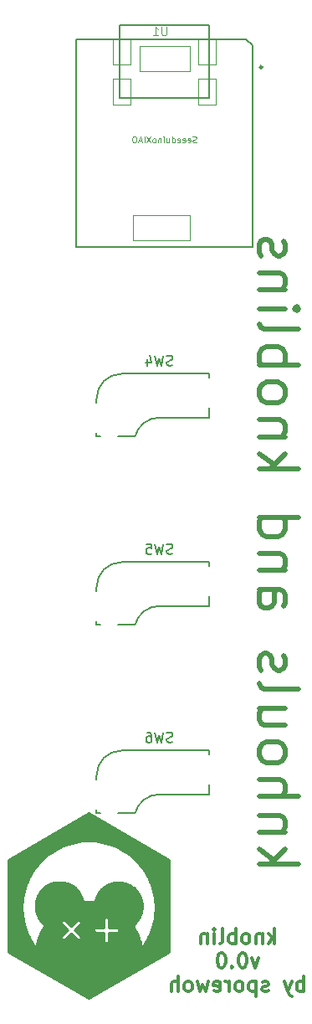
<source format=gbr>
%TF.GenerationSoftware,KiCad,Pcbnew,(6.0.4-0)*%
%TF.CreationDate,2022-07-29T07:15:44-05:00*%
%TF.ProjectId,knoblin3,6b6e6f62-6c69-46e3-932e-6b696361645f,rev?*%
%TF.SameCoordinates,Original*%
%TF.FileFunction,Legend,Bot*%
%TF.FilePolarity,Positive*%
%FSLAX46Y46*%
G04 Gerber Fmt 4.6, Leading zero omitted, Abs format (unit mm)*
G04 Created by KiCad (PCBNEW (6.0.4-0)) date 2022-07-29 07:15:44*
%MOMM*%
%LPD*%
G01*
G04 APERTURE LIST*
%ADD10C,0.238110*%
%ADD11C,0.500000*%
%ADD12C,0.300000*%
%ADD13C,0.150000*%
%ADD14C,0.101600*%
%ADD15C,0.076200*%
%ADD16C,0.127000*%
%ADD17C,0.066040*%
%ADD18C,0.254000*%
G04 APERTURE END LIST*
D10*
G36*
X130968753Y-132387630D02*
G01*
X122865886Y-127709441D01*
X122865888Y-123176505D01*
X124227066Y-123176505D01*
X124233222Y-123466991D01*
X124251522Y-123754350D01*
X124281718Y-124038334D01*
X124323562Y-124318695D01*
X124376804Y-124595183D01*
X124441195Y-124867549D01*
X124516486Y-125135546D01*
X124602430Y-125398922D01*
X124698776Y-125657431D01*
X124805276Y-125910823D01*
X124921680Y-126158849D01*
X125047741Y-126401260D01*
X125183209Y-126637807D01*
X125327836Y-126868242D01*
X125481372Y-127092316D01*
X125643568Y-127309779D01*
X125667028Y-127147630D01*
X125695287Y-126987076D01*
X125728268Y-126828194D01*
X125765898Y-126671060D01*
X125808099Y-126515749D01*
X125854797Y-126362337D01*
X125904744Y-126214368D01*
X128182774Y-126214368D01*
X128183280Y-126226240D01*
X128184337Y-126238082D01*
X128185946Y-126249874D01*
X128188107Y-126261594D01*
X128190820Y-126273222D01*
X128194085Y-126284736D01*
X128197901Y-126296116D01*
X128202270Y-126307341D01*
X128207190Y-126318389D01*
X128212662Y-126329240D01*
X128218686Y-126339873D01*
X128225261Y-126350266D01*
X128232389Y-126360400D01*
X128240068Y-126370252D01*
X128248300Y-126379803D01*
X128257083Y-126389030D01*
X128266310Y-126397813D01*
X128275861Y-126406044D01*
X128285713Y-126413724D01*
X128295846Y-126420851D01*
X128306240Y-126427427D01*
X128316873Y-126433451D01*
X128327724Y-126438923D01*
X128338772Y-126443843D01*
X128349996Y-126448211D01*
X128361376Y-126452028D01*
X128372891Y-126455292D01*
X128384518Y-126458005D01*
X128396239Y-126460166D01*
X128408030Y-126461775D01*
X128419873Y-126462833D01*
X128431745Y-126463338D01*
X128443626Y-126463292D01*
X128455495Y-126462693D01*
X128467330Y-126461543D01*
X128479111Y-126459841D01*
X128490818Y-126457587D01*
X128502428Y-126454782D01*
X128513921Y-126451424D01*
X128525276Y-126447515D01*
X128536473Y-126443054D01*
X128547490Y-126438041D01*
X128558306Y-126432476D01*
X128568900Y-126426359D01*
X128579251Y-126419691D01*
X128589339Y-126412470D01*
X128599143Y-126404698D01*
X128608641Y-126396374D01*
X128608659Y-126396393D01*
X128608677Y-126396413D01*
X128608755Y-126396491D01*
X128608794Y-126396529D01*
X128616292Y-126389030D01*
X129178843Y-125826480D01*
X129748896Y-126396529D01*
X129748971Y-126396452D01*
X129749049Y-126396374D01*
X129758546Y-126404698D01*
X129768349Y-126412470D01*
X129778437Y-126419691D01*
X129788788Y-126426359D01*
X129799382Y-126432476D01*
X129810198Y-126438041D01*
X129821215Y-126443054D01*
X129832411Y-126447515D01*
X129843766Y-126451424D01*
X129855259Y-126454782D01*
X129866869Y-126457587D01*
X129878576Y-126459841D01*
X129890357Y-126461543D01*
X129902192Y-126462693D01*
X129914061Y-126463292D01*
X129925942Y-126463338D01*
X129937814Y-126462833D01*
X129949656Y-126461775D01*
X129961448Y-126460166D01*
X129973169Y-126458005D01*
X129984796Y-126455292D01*
X129996311Y-126452028D01*
X130007691Y-126448211D01*
X130018915Y-126443843D01*
X130029963Y-126438923D01*
X130040814Y-126433451D01*
X130051447Y-126427427D01*
X130061841Y-126420851D01*
X130071974Y-126413724D01*
X130081827Y-126406044D01*
X130091377Y-126397813D01*
X130100605Y-126389030D01*
X130109388Y-126379803D01*
X130117619Y-126370252D01*
X130125299Y-126360400D01*
X130132427Y-126350266D01*
X130139002Y-126339873D01*
X130145026Y-126329240D01*
X130150498Y-126318389D01*
X130155419Y-126307341D01*
X130159787Y-126296116D01*
X130163604Y-126284736D01*
X130166868Y-126273222D01*
X130169581Y-126261594D01*
X130171742Y-126249874D01*
X130173351Y-126238082D01*
X130174409Y-126226240D01*
X130174914Y-126214368D01*
X130174868Y-126202487D01*
X130174270Y-126190618D01*
X130173120Y-126178783D01*
X130171418Y-126167002D01*
X130169164Y-126155295D01*
X130166358Y-126143685D01*
X130163001Y-126132192D01*
X130159092Y-126120837D01*
X130154631Y-126109640D01*
X130149618Y-126098624D01*
X130144053Y-126087808D01*
X130137936Y-126077214D01*
X130131268Y-126066863D01*
X130124048Y-126056775D01*
X130116276Y-126046972D01*
X130107952Y-126037474D01*
X130108103Y-126037319D01*
X129538054Y-125467269D01*
X129538056Y-125467267D01*
X131455091Y-125467267D01*
X131455405Y-125480002D01*
X131456338Y-125492576D01*
X131457874Y-125504973D01*
X131460000Y-125517179D01*
X131462699Y-125529178D01*
X131465958Y-125540956D01*
X131469762Y-125552498D01*
X131474095Y-125563789D01*
X131478943Y-125574815D01*
X131484291Y-125585561D01*
X131490125Y-125596011D01*
X131496428Y-125606152D01*
X131503188Y-125615967D01*
X131510388Y-125625443D01*
X131518014Y-125634565D01*
X131526052Y-125643317D01*
X131534486Y-125651685D01*
X131543301Y-125659655D01*
X131552483Y-125667210D01*
X131562017Y-125674338D01*
X131571888Y-125681021D01*
X131582082Y-125687247D01*
X131592583Y-125693000D01*
X131603376Y-125698265D01*
X131614448Y-125703028D01*
X131625782Y-125707273D01*
X131637365Y-125710986D01*
X131649181Y-125714152D01*
X131661216Y-125716756D01*
X131673454Y-125718784D01*
X131685882Y-125720220D01*
X131698484Y-125721050D01*
X131698484Y-125721267D01*
X132504658Y-125721267D01*
X132504658Y-126527439D01*
X132504876Y-126527439D01*
X132505705Y-126540041D01*
X132507142Y-126552469D01*
X132509169Y-126564708D01*
X132511773Y-126576743D01*
X132514939Y-126588559D01*
X132518653Y-126600142D01*
X132522898Y-126611476D01*
X132527660Y-126622548D01*
X132532925Y-126633342D01*
X132538678Y-126643842D01*
X132544904Y-126654036D01*
X132551588Y-126663907D01*
X132558715Y-126673441D01*
X132566271Y-126682623D01*
X132574240Y-126691438D01*
X132582608Y-126699872D01*
X132591361Y-126707910D01*
X132600482Y-126715536D01*
X132609958Y-126722736D01*
X132619773Y-126729495D01*
X132629914Y-126735799D01*
X132640364Y-126741632D01*
X132651109Y-126746980D01*
X132662135Y-126751828D01*
X132673426Y-126756161D01*
X132684968Y-126759965D01*
X132696746Y-126763224D01*
X132708745Y-126765923D01*
X132720950Y-126768049D01*
X132733347Y-126769585D01*
X132745920Y-126770518D01*
X132758655Y-126770832D01*
X132771391Y-126770518D01*
X132783964Y-126769585D01*
X132796361Y-126768049D01*
X132808567Y-126765923D01*
X132820566Y-126763224D01*
X132832344Y-126759965D01*
X132843886Y-126756161D01*
X132855178Y-126751828D01*
X132866204Y-126746980D01*
X132876949Y-126741632D01*
X132887400Y-126735799D01*
X132897540Y-126729495D01*
X132907356Y-126722736D01*
X132916832Y-126715536D01*
X132925954Y-126707910D01*
X132934706Y-126699872D01*
X132943074Y-126691438D01*
X132951044Y-126682623D01*
X132958599Y-126673441D01*
X132965727Y-126663907D01*
X132972411Y-126654036D01*
X132978636Y-126643842D01*
X132984389Y-126633342D01*
X132989654Y-126622548D01*
X132994417Y-126611476D01*
X132998662Y-126600142D01*
X133002375Y-126588559D01*
X133005541Y-126576743D01*
X133008146Y-126564708D01*
X133010173Y-126552469D01*
X133011609Y-126540041D01*
X133012439Y-126527439D01*
X133012654Y-126527439D01*
X133012654Y-125721267D01*
X133818829Y-125721267D01*
X133818829Y-125721050D01*
X133831431Y-125720220D01*
X133843858Y-125718784D01*
X133856097Y-125716756D01*
X133868131Y-125714152D01*
X133879948Y-125710986D01*
X133891530Y-125707273D01*
X133902865Y-125703028D01*
X133913936Y-125698265D01*
X133924730Y-125693000D01*
X133935231Y-125687247D01*
X133945424Y-125681021D01*
X133955295Y-125674338D01*
X133964830Y-125667210D01*
X133974012Y-125659655D01*
X133982827Y-125651685D01*
X133991261Y-125643317D01*
X133999298Y-125634565D01*
X134006924Y-125625443D01*
X134014125Y-125615967D01*
X134020884Y-125606152D01*
X134027188Y-125596011D01*
X134033021Y-125585561D01*
X134038369Y-125574815D01*
X134043217Y-125563789D01*
X134047551Y-125552498D01*
X134051354Y-125540956D01*
X134054613Y-125529178D01*
X134057313Y-125517179D01*
X134059438Y-125504973D01*
X134060975Y-125492576D01*
X134061908Y-125480002D01*
X134062222Y-125467267D01*
X134061908Y-125454532D01*
X134060975Y-125441958D01*
X134059438Y-125429561D01*
X134057313Y-125417356D01*
X134054613Y-125405357D01*
X134051354Y-125393579D01*
X134047551Y-125382037D01*
X134043218Y-125370746D01*
X134038370Y-125359720D01*
X134033022Y-125348974D01*
X134027188Y-125338524D01*
X134020885Y-125328384D01*
X134014125Y-125318568D01*
X134006925Y-125309092D01*
X133999299Y-125299971D01*
X133991262Y-125291219D01*
X133982828Y-125282850D01*
X133974013Y-125274881D01*
X133964831Y-125267325D01*
X133955297Y-125260198D01*
X133945425Y-125253514D01*
X133935232Y-125247289D01*
X133924731Y-125241536D01*
X133913937Y-125236271D01*
X133902866Y-125231508D01*
X133891531Y-125227263D01*
X133879948Y-125223550D01*
X133868132Y-125220384D01*
X133856097Y-125217780D01*
X133843859Y-125215752D01*
X133831431Y-125214316D01*
X133818829Y-125213486D01*
X133818829Y-125213269D01*
X133012654Y-125213269D01*
X133012654Y-124407094D01*
X133012439Y-124407094D01*
X133011609Y-124394492D01*
X133010173Y-124382065D01*
X133008146Y-124369826D01*
X133005541Y-124357792D01*
X133002375Y-124345975D01*
X132998662Y-124334393D01*
X132994417Y-124323058D01*
X132989654Y-124311987D01*
X132984389Y-124301193D01*
X132978636Y-124290692D01*
X132972411Y-124280498D01*
X132965727Y-124270627D01*
X132958599Y-124261093D01*
X132951044Y-124251911D01*
X132943074Y-124243096D01*
X132934706Y-124234662D01*
X132925954Y-124226624D01*
X132916832Y-124218998D01*
X132907356Y-124211798D01*
X132897540Y-124205038D01*
X132887400Y-124198734D01*
X132876949Y-124192901D01*
X132866204Y-124187553D01*
X132855178Y-124182705D01*
X132843886Y-124178371D01*
X132832344Y-124174568D01*
X132820566Y-124171309D01*
X132808567Y-124168609D01*
X132796361Y-124166484D01*
X132783964Y-124164947D01*
X132771391Y-124164014D01*
X132758655Y-124163700D01*
X132745920Y-124164014D01*
X132733347Y-124164947D01*
X132720950Y-124166484D01*
X132708745Y-124168609D01*
X132696746Y-124171309D01*
X132684968Y-124174568D01*
X132673426Y-124178371D01*
X132662135Y-124182705D01*
X132651109Y-124187553D01*
X132640363Y-124192901D01*
X132629913Y-124198734D01*
X132619773Y-124205038D01*
X132609957Y-124211798D01*
X132600481Y-124218998D01*
X132591360Y-124226624D01*
X132582607Y-124234662D01*
X132574239Y-124243096D01*
X132566269Y-124251911D01*
X132558714Y-124261093D01*
X132551586Y-124270627D01*
X132544902Y-124280498D01*
X132538677Y-124290692D01*
X132532924Y-124301193D01*
X132527658Y-124311987D01*
X132522896Y-124323058D01*
X132518650Y-124334393D01*
X132514937Y-124345975D01*
X132511771Y-124357792D01*
X132509167Y-124369826D01*
X132507139Y-124382065D01*
X132505703Y-124394492D01*
X132504873Y-124407094D01*
X132504658Y-124407094D01*
X132504658Y-125213271D01*
X131708776Y-125213271D01*
X131698484Y-125213269D01*
X131698484Y-125213484D01*
X131685882Y-125214314D01*
X131673454Y-125215750D01*
X131661216Y-125217777D01*
X131649181Y-125220382D01*
X131637365Y-125223548D01*
X131625782Y-125227261D01*
X131614448Y-125231506D01*
X131603376Y-125236268D01*
X131592583Y-125241534D01*
X131582082Y-125247286D01*
X131571888Y-125253512D01*
X131562017Y-125260196D01*
X131552483Y-125267323D01*
X131543301Y-125274879D01*
X131534486Y-125282848D01*
X131526052Y-125291217D01*
X131518014Y-125299969D01*
X131510388Y-125309090D01*
X131503188Y-125318566D01*
X131496428Y-125328382D01*
X131490125Y-125338522D01*
X131484291Y-125348973D01*
X131478943Y-125359718D01*
X131474095Y-125370744D01*
X131469762Y-125382036D01*
X131465958Y-125393578D01*
X131462699Y-125405356D01*
X131460000Y-125417355D01*
X131457874Y-125429561D01*
X131456338Y-125441958D01*
X131455405Y-125454531D01*
X131455091Y-125467267D01*
X129538056Y-125467267D01*
X130100605Y-124904716D01*
X130108105Y-124897217D01*
X130107952Y-124897064D01*
X130116276Y-124887566D01*
X130124048Y-124877763D01*
X130131268Y-124867675D01*
X130137936Y-124857323D01*
X130144053Y-124846729D01*
X130149618Y-124835913D01*
X130154631Y-124824897D01*
X130159092Y-124813700D01*
X130163001Y-124802345D01*
X130166358Y-124790852D01*
X130169164Y-124779242D01*
X130171418Y-124767536D01*
X130173120Y-124755754D01*
X130174270Y-124743919D01*
X130174868Y-124732050D01*
X130174914Y-124720169D01*
X130174409Y-124708297D01*
X130173351Y-124696455D01*
X130171742Y-124684663D01*
X130169581Y-124672943D01*
X130166868Y-124661315D01*
X130163604Y-124649801D01*
X130159787Y-124638421D01*
X130155419Y-124627196D01*
X130150498Y-124616148D01*
X130145026Y-124605297D01*
X130139002Y-124594664D01*
X130132427Y-124584270D01*
X130125299Y-124574137D01*
X130117619Y-124564284D01*
X130109388Y-124554734D01*
X130100605Y-124545506D01*
X130091377Y-124536723D01*
X130081827Y-124528492D01*
X130071974Y-124520812D01*
X130061841Y-124513685D01*
X130051447Y-124507109D01*
X130040814Y-124501085D01*
X130029963Y-124495613D01*
X130018915Y-124490693D01*
X130007691Y-124486324D01*
X129996311Y-124482508D01*
X129984796Y-124479243D01*
X129973169Y-124476530D01*
X129961448Y-124474369D01*
X129949656Y-124472760D01*
X129937814Y-124471703D01*
X129925942Y-124471197D01*
X129914061Y-124471244D01*
X129902192Y-124471842D01*
X129890357Y-124472992D01*
X129878576Y-124474694D01*
X129866869Y-124476948D01*
X129855259Y-124479753D01*
X129843766Y-124483111D01*
X129832411Y-124487020D01*
X129821215Y-124491481D01*
X129810198Y-124496494D01*
X129799382Y-124502059D01*
X129788788Y-124508176D01*
X129778437Y-124514844D01*
X129768349Y-124522065D01*
X129758546Y-124529837D01*
X129749049Y-124538161D01*
X129748896Y-124538007D01*
X129741393Y-124545506D01*
X129178843Y-125108059D01*
X128616290Y-124545508D01*
X128616181Y-124545397D01*
X128616070Y-124545286D01*
X128608796Y-124538007D01*
X128608736Y-124538064D01*
X128608717Y-124538084D01*
X128608641Y-124538161D01*
X128599143Y-124529837D01*
X128589339Y-124522065D01*
X128579251Y-124514845D01*
X128568900Y-124508176D01*
X128558306Y-124502060D01*
X128547490Y-124496495D01*
X128536473Y-124491482D01*
X128525277Y-124487021D01*
X128513921Y-124483112D01*
X128502428Y-124479754D01*
X128490818Y-124476949D01*
X128479112Y-124474695D01*
X128467331Y-124472993D01*
X128455495Y-124471843D01*
X128443627Y-124471245D01*
X128431746Y-124471199D01*
X128419874Y-124471704D01*
X128408031Y-124472761D01*
X128396240Y-124474370D01*
X128384519Y-124476531D01*
X128372892Y-124479244D01*
X128361377Y-124482509D01*
X128349997Y-124486326D01*
X128338773Y-124490694D01*
X128327725Y-124495614D01*
X128316874Y-124501086D01*
X128306241Y-124507110D01*
X128295847Y-124513686D01*
X128285714Y-124520814D01*
X128275861Y-124528493D01*
X128266310Y-124536725D01*
X128257083Y-124545508D01*
X128248300Y-124554736D01*
X128240068Y-124564286D01*
X128232389Y-124574139D01*
X128225261Y-124584272D01*
X128218686Y-124594666D01*
X128212662Y-124605298D01*
X128207190Y-124616149D01*
X128202270Y-124627198D01*
X128197901Y-124638422D01*
X128194085Y-124649802D01*
X128190820Y-124661316D01*
X128188107Y-124672944D01*
X128185946Y-124684664D01*
X128184337Y-124696456D01*
X128183280Y-124708299D01*
X128182774Y-124720171D01*
X128182821Y-124732051D01*
X128183419Y-124743920D01*
X128184569Y-124755755D01*
X128186271Y-124767537D01*
X128188525Y-124779243D01*
X128191330Y-124790853D01*
X128194688Y-124802346D01*
X128198597Y-124813701D01*
X128203058Y-124824898D01*
X128208071Y-124835914D01*
X128213636Y-124846730D01*
X128219753Y-124857324D01*
X128226421Y-124867675D01*
X128233642Y-124877763D01*
X128241414Y-124887566D01*
X128249738Y-124897064D01*
X128249699Y-124897102D01*
X128249582Y-124897219D01*
X128257083Y-124904719D01*
X128819635Y-125467269D01*
X128257083Y-126029819D01*
X128249582Y-126037319D01*
X128249738Y-126037474D01*
X128241414Y-126046972D01*
X128233642Y-126056775D01*
X128226421Y-126066863D01*
X128219753Y-126077214D01*
X128213636Y-126087808D01*
X128208071Y-126098624D01*
X128203058Y-126109640D01*
X128198597Y-126120837D01*
X128194688Y-126132192D01*
X128191330Y-126143685D01*
X128188525Y-126155295D01*
X128186271Y-126167002D01*
X128184569Y-126178783D01*
X128183419Y-126190618D01*
X128182821Y-126202487D01*
X128182774Y-126214368D01*
X125904744Y-126214368D01*
X125905915Y-126210898D01*
X125961379Y-126061510D01*
X126021113Y-125914246D01*
X126085040Y-125769184D01*
X126153086Y-125626398D01*
X126225176Y-125485965D01*
X126301232Y-125347959D01*
X126381181Y-125212456D01*
X126464945Y-125079532D01*
X126552451Y-124949263D01*
X126446337Y-124863857D01*
X126345273Y-124772698D01*
X126249507Y-124676035D01*
X126159286Y-124574115D01*
X126074859Y-124467186D01*
X125996473Y-124355496D01*
X125924377Y-124239293D01*
X125858817Y-124118824D01*
X125800043Y-123994337D01*
X125748300Y-123866080D01*
X125703839Y-123734301D01*
X125666905Y-123599248D01*
X125637748Y-123461168D01*
X125616614Y-123320310D01*
X125603752Y-123176920D01*
X125599410Y-123031248D01*
X125602544Y-122907441D01*
X125611845Y-122785252D01*
X125627161Y-122664834D01*
X125648341Y-122546337D01*
X125675233Y-122429913D01*
X125707685Y-122315715D01*
X125745547Y-122203892D01*
X125788665Y-122094598D01*
X125836889Y-121987984D01*
X125890068Y-121884201D01*
X125948048Y-121783401D01*
X126010679Y-121685736D01*
X126077810Y-121591357D01*
X126149288Y-121500416D01*
X126224962Y-121413064D01*
X126304680Y-121329453D01*
X126388291Y-121249735D01*
X126475642Y-121174061D01*
X126566584Y-121102583D01*
X126660963Y-121035453D01*
X126758628Y-120972821D01*
X126859428Y-120914841D01*
X126963211Y-120861663D01*
X127069825Y-120813439D01*
X127179119Y-120770320D01*
X127290941Y-120732459D01*
X127405140Y-120700006D01*
X127521563Y-120673114D01*
X127640060Y-120651934D01*
X127760478Y-120636618D01*
X127882666Y-120627317D01*
X128006473Y-120624183D01*
X128118742Y-120626759D01*
X128229693Y-120634412D01*
X128339214Y-120647028D01*
X128447192Y-120664496D01*
X128553513Y-120686702D01*
X128658066Y-120713533D01*
X128760736Y-120744876D01*
X128861412Y-120780619D01*
X128959980Y-120820649D01*
X129056328Y-120864852D01*
X129150343Y-120913117D01*
X129241911Y-120965330D01*
X129330921Y-121021378D01*
X129417258Y-121081149D01*
X129500811Y-121144529D01*
X129581467Y-121211406D01*
X129659112Y-121281667D01*
X129733634Y-121355199D01*
X129804919Y-121431889D01*
X129872856Y-121511624D01*
X129937331Y-121594292D01*
X129998231Y-121679779D01*
X130055444Y-121767974D01*
X130108857Y-121858762D01*
X130158356Y-121952031D01*
X130203829Y-122047669D01*
X130245163Y-122145562D01*
X130282246Y-122245597D01*
X130314963Y-122347662D01*
X130343204Y-122451644D01*
X130366854Y-122557429D01*
X130385801Y-122664906D01*
X130457749Y-122657616D01*
X130529973Y-122651277D01*
X130602466Y-122645896D01*
X130675222Y-122641480D01*
X130748235Y-122638033D01*
X130821498Y-122635564D01*
X130895005Y-122634077D01*
X130968749Y-122633580D01*
X130968751Y-122633580D01*
X131047833Y-122634152D01*
X131126642Y-122635861D01*
X131205168Y-122638700D01*
X131283405Y-122642661D01*
X131361345Y-122647736D01*
X131438979Y-122653917D01*
X131516301Y-122661196D01*
X131593301Y-122669566D01*
X131613437Y-122563554D01*
X131638158Y-122459234D01*
X131667355Y-122356715D01*
X131700917Y-122256108D01*
X131738736Y-122157521D01*
X131780701Y-122061065D01*
X131826702Y-121966850D01*
X131876630Y-121874985D01*
X131930375Y-121785580D01*
X131987828Y-121698745D01*
X132048877Y-121614590D01*
X132113415Y-121533223D01*
X132181330Y-121454756D01*
X132252514Y-121379298D01*
X132326855Y-121306958D01*
X132404246Y-121237847D01*
X132484575Y-121172074D01*
X132567734Y-121109749D01*
X132653611Y-121050982D01*
X132742099Y-120995882D01*
X132833086Y-120944559D01*
X132926463Y-120897123D01*
X133022120Y-120853684D01*
X133119948Y-120814352D01*
X133219837Y-120779236D01*
X133321677Y-120748445D01*
X133425357Y-120722091D01*
X133530770Y-120700282D01*
X133637804Y-120683129D01*
X133746350Y-120670740D01*
X133856298Y-120663227D01*
X133967538Y-120660698D01*
X134091345Y-120663832D01*
X134213533Y-120673133D01*
X134333952Y-120688449D01*
X134452449Y-120709629D01*
X134568872Y-120736521D01*
X134683071Y-120768973D01*
X134794893Y-120806835D01*
X134904187Y-120849953D01*
X135010801Y-120898177D01*
X135114584Y-120951356D01*
X135215384Y-121009336D01*
X135313049Y-121071967D01*
X135407428Y-121139098D01*
X135498370Y-121210576D01*
X135585722Y-121286249D01*
X135669332Y-121365968D01*
X135749051Y-121449578D01*
X135824724Y-121536930D01*
X135896202Y-121627872D01*
X135963333Y-121722251D01*
X136025964Y-121819916D01*
X136083945Y-121920716D01*
X136137123Y-122024499D01*
X136185347Y-122131113D01*
X136228466Y-122240407D01*
X136266327Y-122352229D01*
X136298779Y-122466428D01*
X136325671Y-122582852D01*
X136346851Y-122701348D01*
X136362168Y-122821767D01*
X136371468Y-122943955D01*
X136374602Y-123067762D01*
X136374601Y-123067762D01*
X136370221Y-123214061D01*
X136357249Y-123358056D01*
X136335935Y-123499496D01*
X136306531Y-123638130D01*
X136269288Y-123773707D01*
X136224456Y-123905976D01*
X136172287Y-124034686D01*
X136113032Y-124159585D01*
X136046941Y-124280423D01*
X135974267Y-124396948D01*
X135895260Y-124508910D01*
X135810170Y-124616058D01*
X135719250Y-124718140D01*
X135622750Y-124814905D01*
X135520921Y-124906103D01*
X135414014Y-124991482D01*
X135498584Y-125119924D01*
X135579542Y-125250892D01*
X135656817Y-125384313D01*
X135701727Y-125467267D01*
X135730339Y-125520117D01*
X135800035Y-125658233D01*
X135865835Y-125798590D01*
X135927669Y-125941117D01*
X135985464Y-126085742D01*
X136039151Y-126232396D01*
X136088657Y-126381006D01*
X136133912Y-126531501D01*
X136174844Y-126683811D01*
X136211384Y-126837865D01*
X136243459Y-126993591D01*
X136270999Y-127150919D01*
X136293932Y-127309777D01*
X136456128Y-127092314D01*
X136609664Y-126868240D01*
X136754290Y-126637805D01*
X136889758Y-126401258D01*
X137015819Y-126158847D01*
X137132223Y-125910821D01*
X137238723Y-125657430D01*
X137335069Y-125398921D01*
X137421012Y-125135545D01*
X137496303Y-124867549D01*
X137560694Y-124595182D01*
X137613936Y-124318695D01*
X137655779Y-124038334D01*
X137685976Y-123754350D01*
X137704276Y-123466991D01*
X137710431Y-123176505D01*
X137701654Y-122829748D01*
X137675604Y-122487523D01*
X137632706Y-122150257D01*
X137573385Y-121818372D01*
X137498067Y-121492294D01*
X137407174Y-121172447D01*
X137301132Y-120859257D01*
X137180366Y-120553147D01*
X137045301Y-120254543D01*
X136896360Y-119963869D01*
X136733969Y-119681550D01*
X136558551Y-119408009D01*
X136370533Y-119143673D01*
X136170338Y-118888966D01*
X135958392Y-118644311D01*
X135735118Y-118410135D01*
X135500942Y-118186861D01*
X135256287Y-117974915D01*
X135001580Y-117774720D01*
X134737244Y-117586702D01*
X134463704Y-117411285D01*
X134181384Y-117248894D01*
X133890710Y-117099953D01*
X133592106Y-116964887D01*
X133285996Y-116844121D01*
X132972806Y-116738080D01*
X132652959Y-116647187D01*
X132326882Y-116571869D01*
X131994997Y-116512548D01*
X131657730Y-116469650D01*
X131315506Y-116443601D01*
X130968749Y-116434823D01*
X130621992Y-116443601D01*
X130279767Y-116469650D01*
X129942501Y-116512548D01*
X129610616Y-116571869D01*
X129284538Y-116647187D01*
X128964692Y-116738080D01*
X128651501Y-116844121D01*
X128345392Y-116964887D01*
X128046788Y-117099953D01*
X127756114Y-117248894D01*
X127473794Y-117411285D01*
X127200254Y-117586702D01*
X126935918Y-117774720D01*
X126681210Y-117974915D01*
X126436556Y-118186861D01*
X126202380Y-118410135D01*
X125979106Y-118644311D01*
X125767159Y-118888966D01*
X125566964Y-119143673D01*
X125378946Y-119408009D01*
X125203529Y-119681550D01*
X125041138Y-119963869D01*
X124892197Y-120254543D01*
X124757131Y-120553147D01*
X124636365Y-120859257D01*
X124530324Y-121172447D01*
X124439431Y-121492294D01*
X124364112Y-121818372D01*
X124304792Y-122150257D01*
X124261894Y-122487523D01*
X124235844Y-122829748D01*
X124227066Y-123176505D01*
X122865888Y-123176505D01*
X122865890Y-118353056D01*
X130968747Y-113674870D01*
X139071614Y-118353060D01*
X139071613Y-123176505D01*
X139071611Y-127709444D01*
X130968753Y-132387630D01*
G37*
X130968753Y-132387630D02*
X122865886Y-127709441D01*
X122865888Y-123176505D01*
X124227066Y-123176505D01*
X124233222Y-123466991D01*
X124251522Y-123754350D01*
X124281718Y-124038334D01*
X124323562Y-124318695D01*
X124376804Y-124595183D01*
X124441195Y-124867549D01*
X124516486Y-125135546D01*
X124602430Y-125398922D01*
X124698776Y-125657431D01*
X124805276Y-125910823D01*
X124921680Y-126158849D01*
X125047741Y-126401260D01*
X125183209Y-126637807D01*
X125327836Y-126868242D01*
X125481372Y-127092316D01*
X125643568Y-127309779D01*
X125667028Y-127147630D01*
X125695287Y-126987076D01*
X125728268Y-126828194D01*
X125765898Y-126671060D01*
X125808099Y-126515749D01*
X125854797Y-126362337D01*
X125904744Y-126214368D01*
X128182774Y-126214368D01*
X128183280Y-126226240D01*
X128184337Y-126238082D01*
X128185946Y-126249874D01*
X128188107Y-126261594D01*
X128190820Y-126273222D01*
X128194085Y-126284736D01*
X128197901Y-126296116D01*
X128202270Y-126307341D01*
X128207190Y-126318389D01*
X128212662Y-126329240D01*
X128218686Y-126339873D01*
X128225261Y-126350266D01*
X128232389Y-126360400D01*
X128240068Y-126370252D01*
X128248300Y-126379803D01*
X128257083Y-126389030D01*
X128266310Y-126397813D01*
X128275861Y-126406044D01*
X128285713Y-126413724D01*
X128295846Y-126420851D01*
X128306240Y-126427427D01*
X128316873Y-126433451D01*
X128327724Y-126438923D01*
X128338772Y-126443843D01*
X128349996Y-126448211D01*
X128361376Y-126452028D01*
X128372891Y-126455292D01*
X128384518Y-126458005D01*
X128396239Y-126460166D01*
X128408030Y-126461775D01*
X128419873Y-126462833D01*
X128431745Y-126463338D01*
X128443626Y-126463292D01*
X128455495Y-126462693D01*
X128467330Y-126461543D01*
X128479111Y-126459841D01*
X128490818Y-126457587D01*
X128502428Y-126454782D01*
X128513921Y-126451424D01*
X128525276Y-126447515D01*
X128536473Y-126443054D01*
X128547490Y-126438041D01*
X128558306Y-126432476D01*
X128568900Y-126426359D01*
X128579251Y-126419691D01*
X128589339Y-126412470D01*
X128599143Y-126404698D01*
X128608641Y-126396374D01*
X128608659Y-126396393D01*
X128608677Y-126396413D01*
X128608755Y-126396491D01*
X128608794Y-126396529D01*
X128616292Y-126389030D01*
X129178843Y-125826480D01*
X129748896Y-126396529D01*
X129748971Y-126396452D01*
X129749049Y-126396374D01*
X129758546Y-126404698D01*
X129768349Y-126412470D01*
X129778437Y-126419691D01*
X129788788Y-126426359D01*
X129799382Y-126432476D01*
X129810198Y-126438041D01*
X129821215Y-126443054D01*
X129832411Y-126447515D01*
X129843766Y-126451424D01*
X129855259Y-126454782D01*
X129866869Y-126457587D01*
X129878576Y-126459841D01*
X129890357Y-126461543D01*
X129902192Y-126462693D01*
X129914061Y-126463292D01*
X129925942Y-126463338D01*
X129937814Y-126462833D01*
X129949656Y-126461775D01*
X129961448Y-126460166D01*
X129973169Y-126458005D01*
X129984796Y-126455292D01*
X129996311Y-126452028D01*
X130007691Y-126448211D01*
X130018915Y-126443843D01*
X130029963Y-126438923D01*
X130040814Y-126433451D01*
X130051447Y-126427427D01*
X130061841Y-126420851D01*
X130071974Y-126413724D01*
X130081827Y-126406044D01*
X130091377Y-126397813D01*
X130100605Y-126389030D01*
X130109388Y-126379803D01*
X130117619Y-126370252D01*
X130125299Y-126360400D01*
X130132427Y-126350266D01*
X130139002Y-126339873D01*
X130145026Y-126329240D01*
X130150498Y-126318389D01*
X130155419Y-126307341D01*
X130159787Y-126296116D01*
X130163604Y-126284736D01*
X130166868Y-126273222D01*
X130169581Y-126261594D01*
X130171742Y-126249874D01*
X130173351Y-126238082D01*
X130174409Y-126226240D01*
X130174914Y-126214368D01*
X130174868Y-126202487D01*
X130174270Y-126190618D01*
X130173120Y-126178783D01*
X130171418Y-126167002D01*
X130169164Y-126155295D01*
X130166358Y-126143685D01*
X130163001Y-126132192D01*
X130159092Y-126120837D01*
X130154631Y-126109640D01*
X130149618Y-126098624D01*
X130144053Y-126087808D01*
X130137936Y-126077214D01*
X130131268Y-126066863D01*
X130124048Y-126056775D01*
X130116276Y-126046972D01*
X130107952Y-126037474D01*
X130108103Y-126037319D01*
X129538054Y-125467269D01*
X129538056Y-125467267D01*
X131455091Y-125467267D01*
X131455405Y-125480002D01*
X131456338Y-125492576D01*
X131457874Y-125504973D01*
X131460000Y-125517179D01*
X131462699Y-125529178D01*
X131465958Y-125540956D01*
X131469762Y-125552498D01*
X131474095Y-125563789D01*
X131478943Y-125574815D01*
X131484291Y-125585561D01*
X131490125Y-125596011D01*
X131496428Y-125606152D01*
X131503188Y-125615967D01*
X131510388Y-125625443D01*
X131518014Y-125634565D01*
X131526052Y-125643317D01*
X131534486Y-125651685D01*
X131543301Y-125659655D01*
X131552483Y-125667210D01*
X131562017Y-125674338D01*
X131571888Y-125681021D01*
X131582082Y-125687247D01*
X131592583Y-125693000D01*
X131603376Y-125698265D01*
X131614448Y-125703028D01*
X131625782Y-125707273D01*
X131637365Y-125710986D01*
X131649181Y-125714152D01*
X131661216Y-125716756D01*
X131673454Y-125718784D01*
X131685882Y-125720220D01*
X131698484Y-125721050D01*
X131698484Y-125721267D01*
X132504658Y-125721267D01*
X132504658Y-126527439D01*
X132504876Y-126527439D01*
X132505705Y-126540041D01*
X132507142Y-126552469D01*
X132509169Y-126564708D01*
X132511773Y-126576743D01*
X132514939Y-126588559D01*
X132518653Y-126600142D01*
X132522898Y-126611476D01*
X132527660Y-126622548D01*
X132532925Y-126633342D01*
X132538678Y-126643842D01*
X132544904Y-126654036D01*
X132551588Y-126663907D01*
X132558715Y-126673441D01*
X132566271Y-126682623D01*
X132574240Y-126691438D01*
X132582608Y-126699872D01*
X132591361Y-126707910D01*
X132600482Y-126715536D01*
X132609958Y-126722736D01*
X132619773Y-126729495D01*
X132629914Y-126735799D01*
X132640364Y-126741632D01*
X132651109Y-126746980D01*
X132662135Y-126751828D01*
X132673426Y-126756161D01*
X132684968Y-126759965D01*
X132696746Y-126763224D01*
X132708745Y-126765923D01*
X132720950Y-126768049D01*
X132733347Y-126769585D01*
X132745920Y-126770518D01*
X132758655Y-126770832D01*
X132771391Y-126770518D01*
X132783964Y-126769585D01*
X132796361Y-126768049D01*
X132808567Y-126765923D01*
X132820566Y-126763224D01*
X132832344Y-126759965D01*
X132843886Y-126756161D01*
X132855178Y-126751828D01*
X132866204Y-126746980D01*
X132876949Y-126741632D01*
X132887400Y-126735799D01*
X132897540Y-126729495D01*
X132907356Y-126722736D01*
X132916832Y-126715536D01*
X132925954Y-126707910D01*
X132934706Y-126699872D01*
X132943074Y-126691438D01*
X132951044Y-126682623D01*
X132958599Y-126673441D01*
X132965727Y-126663907D01*
X132972411Y-126654036D01*
X132978636Y-126643842D01*
X132984389Y-126633342D01*
X132989654Y-126622548D01*
X132994417Y-126611476D01*
X132998662Y-126600142D01*
X133002375Y-126588559D01*
X133005541Y-126576743D01*
X133008146Y-126564708D01*
X133010173Y-126552469D01*
X133011609Y-126540041D01*
X133012439Y-126527439D01*
X133012654Y-126527439D01*
X133012654Y-125721267D01*
X133818829Y-125721267D01*
X133818829Y-125721050D01*
X133831431Y-125720220D01*
X133843858Y-125718784D01*
X133856097Y-125716756D01*
X133868131Y-125714152D01*
X133879948Y-125710986D01*
X133891530Y-125707273D01*
X133902865Y-125703028D01*
X133913936Y-125698265D01*
X133924730Y-125693000D01*
X133935231Y-125687247D01*
X133945424Y-125681021D01*
X133955295Y-125674338D01*
X133964830Y-125667210D01*
X133974012Y-125659655D01*
X133982827Y-125651685D01*
X133991261Y-125643317D01*
X133999298Y-125634565D01*
X134006924Y-125625443D01*
X134014125Y-125615967D01*
X134020884Y-125606152D01*
X134027188Y-125596011D01*
X134033021Y-125585561D01*
X134038369Y-125574815D01*
X134043217Y-125563789D01*
X134047551Y-125552498D01*
X134051354Y-125540956D01*
X134054613Y-125529178D01*
X134057313Y-125517179D01*
X134059438Y-125504973D01*
X134060975Y-125492576D01*
X134061908Y-125480002D01*
X134062222Y-125467267D01*
X134061908Y-125454532D01*
X134060975Y-125441958D01*
X134059438Y-125429561D01*
X134057313Y-125417356D01*
X134054613Y-125405357D01*
X134051354Y-125393579D01*
X134047551Y-125382037D01*
X134043218Y-125370746D01*
X134038370Y-125359720D01*
X134033022Y-125348974D01*
X134027188Y-125338524D01*
X134020885Y-125328384D01*
X134014125Y-125318568D01*
X134006925Y-125309092D01*
X133999299Y-125299971D01*
X133991262Y-125291219D01*
X133982828Y-125282850D01*
X133974013Y-125274881D01*
X133964831Y-125267325D01*
X133955297Y-125260198D01*
X133945425Y-125253514D01*
X133935232Y-125247289D01*
X133924731Y-125241536D01*
X133913937Y-125236271D01*
X133902866Y-125231508D01*
X133891531Y-125227263D01*
X133879948Y-125223550D01*
X133868132Y-125220384D01*
X133856097Y-125217780D01*
X133843859Y-125215752D01*
X133831431Y-125214316D01*
X133818829Y-125213486D01*
X133818829Y-125213269D01*
X133012654Y-125213269D01*
X133012654Y-124407094D01*
X133012439Y-124407094D01*
X133011609Y-124394492D01*
X133010173Y-124382065D01*
X133008146Y-124369826D01*
X133005541Y-124357792D01*
X133002375Y-124345975D01*
X132998662Y-124334393D01*
X132994417Y-124323058D01*
X132989654Y-124311987D01*
X132984389Y-124301193D01*
X132978636Y-124290692D01*
X132972411Y-124280498D01*
X132965727Y-124270627D01*
X132958599Y-124261093D01*
X132951044Y-124251911D01*
X132943074Y-124243096D01*
X132934706Y-124234662D01*
X132925954Y-124226624D01*
X132916832Y-124218998D01*
X132907356Y-124211798D01*
X132897540Y-124205038D01*
X132887400Y-124198734D01*
X132876949Y-124192901D01*
X132866204Y-124187553D01*
X132855178Y-124182705D01*
X132843886Y-124178371D01*
X132832344Y-124174568D01*
X132820566Y-124171309D01*
X132808567Y-124168609D01*
X132796361Y-124166484D01*
X132783964Y-124164947D01*
X132771391Y-124164014D01*
X132758655Y-124163700D01*
X132745920Y-124164014D01*
X132733347Y-124164947D01*
X132720950Y-124166484D01*
X132708745Y-124168609D01*
X132696746Y-124171309D01*
X132684968Y-124174568D01*
X132673426Y-124178371D01*
X132662135Y-124182705D01*
X132651109Y-124187553D01*
X132640363Y-124192901D01*
X132629913Y-124198734D01*
X132619773Y-124205038D01*
X132609957Y-124211798D01*
X132600481Y-124218998D01*
X132591360Y-124226624D01*
X132582607Y-124234662D01*
X132574239Y-124243096D01*
X132566269Y-124251911D01*
X132558714Y-124261093D01*
X132551586Y-124270627D01*
X132544902Y-124280498D01*
X132538677Y-124290692D01*
X132532924Y-124301193D01*
X132527658Y-124311987D01*
X132522896Y-124323058D01*
X132518650Y-124334393D01*
X132514937Y-124345975D01*
X132511771Y-124357792D01*
X132509167Y-124369826D01*
X132507139Y-124382065D01*
X132505703Y-124394492D01*
X132504873Y-124407094D01*
X132504658Y-124407094D01*
X132504658Y-125213271D01*
X131708776Y-125213271D01*
X131698484Y-125213269D01*
X131698484Y-125213484D01*
X131685882Y-125214314D01*
X131673454Y-125215750D01*
X131661216Y-125217777D01*
X131649181Y-125220382D01*
X131637365Y-125223548D01*
X131625782Y-125227261D01*
X131614448Y-125231506D01*
X131603376Y-125236268D01*
X131592583Y-125241534D01*
X131582082Y-125247286D01*
X131571888Y-125253512D01*
X131562017Y-125260196D01*
X131552483Y-125267323D01*
X131543301Y-125274879D01*
X131534486Y-125282848D01*
X131526052Y-125291217D01*
X131518014Y-125299969D01*
X131510388Y-125309090D01*
X131503188Y-125318566D01*
X131496428Y-125328382D01*
X131490125Y-125338522D01*
X131484291Y-125348973D01*
X131478943Y-125359718D01*
X131474095Y-125370744D01*
X131469762Y-125382036D01*
X131465958Y-125393578D01*
X131462699Y-125405356D01*
X131460000Y-125417355D01*
X131457874Y-125429561D01*
X131456338Y-125441958D01*
X131455405Y-125454531D01*
X131455091Y-125467267D01*
X129538056Y-125467267D01*
X130100605Y-124904716D01*
X130108105Y-124897217D01*
X130107952Y-124897064D01*
X130116276Y-124887566D01*
X130124048Y-124877763D01*
X130131268Y-124867675D01*
X130137936Y-124857323D01*
X130144053Y-124846729D01*
X130149618Y-124835913D01*
X130154631Y-124824897D01*
X130159092Y-124813700D01*
X130163001Y-124802345D01*
X130166358Y-124790852D01*
X130169164Y-124779242D01*
X130171418Y-124767536D01*
X130173120Y-124755754D01*
X130174270Y-124743919D01*
X130174868Y-124732050D01*
X130174914Y-124720169D01*
X130174409Y-124708297D01*
X130173351Y-124696455D01*
X130171742Y-124684663D01*
X130169581Y-124672943D01*
X130166868Y-124661315D01*
X130163604Y-124649801D01*
X130159787Y-124638421D01*
X130155419Y-124627196D01*
X130150498Y-124616148D01*
X130145026Y-124605297D01*
X130139002Y-124594664D01*
X130132427Y-124584270D01*
X130125299Y-124574137D01*
X130117619Y-124564284D01*
X130109388Y-124554734D01*
X130100605Y-124545506D01*
X130091377Y-124536723D01*
X130081827Y-124528492D01*
X130071974Y-124520812D01*
X130061841Y-124513685D01*
X130051447Y-124507109D01*
X130040814Y-124501085D01*
X130029963Y-124495613D01*
X130018915Y-124490693D01*
X130007691Y-124486324D01*
X129996311Y-124482508D01*
X129984796Y-124479243D01*
X129973169Y-124476530D01*
X129961448Y-124474369D01*
X129949656Y-124472760D01*
X129937814Y-124471703D01*
X129925942Y-124471197D01*
X129914061Y-124471244D01*
X129902192Y-124471842D01*
X129890357Y-124472992D01*
X129878576Y-124474694D01*
X129866869Y-124476948D01*
X129855259Y-124479753D01*
X129843766Y-124483111D01*
X129832411Y-124487020D01*
X129821215Y-124491481D01*
X129810198Y-124496494D01*
X129799382Y-124502059D01*
X129788788Y-124508176D01*
X129778437Y-124514844D01*
X129768349Y-124522065D01*
X129758546Y-124529837D01*
X129749049Y-124538161D01*
X129748896Y-124538007D01*
X129741393Y-124545506D01*
X129178843Y-125108059D01*
X128616290Y-124545508D01*
X128616181Y-124545397D01*
X128616070Y-124545286D01*
X128608796Y-124538007D01*
X128608736Y-124538064D01*
X128608717Y-124538084D01*
X128608641Y-124538161D01*
X128599143Y-124529837D01*
X128589339Y-124522065D01*
X128579251Y-124514845D01*
X128568900Y-124508176D01*
X128558306Y-124502060D01*
X128547490Y-124496495D01*
X128536473Y-124491482D01*
X128525277Y-124487021D01*
X128513921Y-124483112D01*
X128502428Y-124479754D01*
X128490818Y-124476949D01*
X128479112Y-124474695D01*
X128467331Y-124472993D01*
X128455495Y-124471843D01*
X128443627Y-124471245D01*
X128431746Y-124471199D01*
X128419874Y-124471704D01*
X128408031Y-124472761D01*
X128396240Y-124474370D01*
X128384519Y-124476531D01*
X128372892Y-124479244D01*
X128361377Y-124482509D01*
X128349997Y-124486326D01*
X128338773Y-124490694D01*
X128327725Y-124495614D01*
X128316874Y-124501086D01*
X128306241Y-124507110D01*
X128295847Y-124513686D01*
X128285714Y-124520814D01*
X128275861Y-124528493D01*
X128266310Y-124536725D01*
X128257083Y-124545508D01*
X128248300Y-124554736D01*
X128240068Y-124564286D01*
X128232389Y-124574139D01*
X128225261Y-124584272D01*
X128218686Y-124594666D01*
X128212662Y-124605298D01*
X128207190Y-124616149D01*
X128202270Y-124627198D01*
X128197901Y-124638422D01*
X128194085Y-124649802D01*
X128190820Y-124661316D01*
X128188107Y-124672944D01*
X128185946Y-124684664D01*
X128184337Y-124696456D01*
X128183280Y-124708299D01*
X128182774Y-124720171D01*
X128182821Y-124732051D01*
X128183419Y-124743920D01*
X128184569Y-124755755D01*
X128186271Y-124767537D01*
X128188525Y-124779243D01*
X128191330Y-124790853D01*
X128194688Y-124802346D01*
X128198597Y-124813701D01*
X128203058Y-124824898D01*
X128208071Y-124835914D01*
X128213636Y-124846730D01*
X128219753Y-124857324D01*
X128226421Y-124867675D01*
X128233642Y-124877763D01*
X128241414Y-124887566D01*
X128249738Y-124897064D01*
X128249699Y-124897102D01*
X128249582Y-124897219D01*
X128257083Y-124904719D01*
X128819635Y-125467269D01*
X128257083Y-126029819D01*
X128249582Y-126037319D01*
X128249738Y-126037474D01*
X128241414Y-126046972D01*
X128233642Y-126056775D01*
X128226421Y-126066863D01*
X128219753Y-126077214D01*
X128213636Y-126087808D01*
X128208071Y-126098624D01*
X128203058Y-126109640D01*
X128198597Y-126120837D01*
X128194688Y-126132192D01*
X128191330Y-126143685D01*
X128188525Y-126155295D01*
X128186271Y-126167002D01*
X128184569Y-126178783D01*
X128183419Y-126190618D01*
X128182821Y-126202487D01*
X128182774Y-126214368D01*
X125904744Y-126214368D01*
X125905915Y-126210898D01*
X125961379Y-126061510D01*
X126021113Y-125914246D01*
X126085040Y-125769184D01*
X126153086Y-125626398D01*
X126225176Y-125485965D01*
X126301232Y-125347959D01*
X126381181Y-125212456D01*
X126464945Y-125079532D01*
X126552451Y-124949263D01*
X126446337Y-124863857D01*
X126345273Y-124772698D01*
X126249507Y-124676035D01*
X126159286Y-124574115D01*
X126074859Y-124467186D01*
X125996473Y-124355496D01*
X125924377Y-124239293D01*
X125858817Y-124118824D01*
X125800043Y-123994337D01*
X125748300Y-123866080D01*
X125703839Y-123734301D01*
X125666905Y-123599248D01*
X125637748Y-123461168D01*
X125616614Y-123320310D01*
X125603752Y-123176920D01*
X125599410Y-123031248D01*
X125602544Y-122907441D01*
X125611845Y-122785252D01*
X125627161Y-122664834D01*
X125648341Y-122546337D01*
X125675233Y-122429913D01*
X125707685Y-122315715D01*
X125745547Y-122203892D01*
X125788665Y-122094598D01*
X125836889Y-121987984D01*
X125890068Y-121884201D01*
X125948048Y-121783401D01*
X126010679Y-121685736D01*
X126077810Y-121591357D01*
X126149288Y-121500416D01*
X126224962Y-121413064D01*
X126304680Y-121329453D01*
X126388291Y-121249735D01*
X126475642Y-121174061D01*
X126566584Y-121102583D01*
X126660963Y-121035453D01*
X126758628Y-120972821D01*
X126859428Y-120914841D01*
X126963211Y-120861663D01*
X127069825Y-120813439D01*
X127179119Y-120770320D01*
X127290941Y-120732459D01*
X127405140Y-120700006D01*
X127521563Y-120673114D01*
X127640060Y-120651934D01*
X127760478Y-120636618D01*
X127882666Y-120627317D01*
X128006473Y-120624183D01*
X128118742Y-120626759D01*
X128229693Y-120634412D01*
X128339214Y-120647028D01*
X128447192Y-120664496D01*
X128553513Y-120686702D01*
X128658066Y-120713533D01*
X128760736Y-120744876D01*
X128861412Y-120780619D01*
X128959980Y-120820649D01*
X129056328Y-120864852D01*
X129150343Y-120913117D01*
X129241911Y-120965330D01*
X129330921Y-121021378D01*
X129417258Y-121081149D01*
X129500811Y-121144529D01*
X129581467Y-121211406D01*
X129659112Y-121281667D01*
X129733634Y-121355199D01*
X129804919Y-121431889D01*
X129872856Y-121511624D01*
X129937331Y-121594292D01*
X129998231Y-121679779D01*
X130055444Y-121767974D01*
X130108857Y-121858762D01*
X130158356Y-121952031D01*
X130203829Y-122047669D01*
X130245163Y-122145562D01*
X130282246Y-122245597D01*
X130314963Y-122347662D01*
X130343204Y-122451644D01*
X130366854Y-122557429D01*
X130385801Y-122664906D01*
X130457749Y-122657616D01*
X130529973Y-122651277D01*
X130602466Y-122645896D01*
X130675222Y-122641480D01*
X130748235Y-122638033D01*
X130821498Y-122635564D01*
X130895005Y-122634077D01*
X130968749Y-122633580D01*
X130968751Y-122633580D01*
X131047833Y-122634152D01*
X131126642Y-122635861D01*
X131205168Y-122638700D01*
X131283405Y-122642661D01*
X131361345Y-122647736D01*
X131438979Y-122653917D01*
X131516301Y-122661196D01*
X131593301Y-122669566D01*
X131613437Y-122563554D01*
X131638158Y-122459234D01*
X131667355Y-122356715D01*
X131700917Y-122256108D01*
X131738736Y-122157521D01*
X131780701Y-122061065D01*
X131826702Y-121966850D01*
X131876630Y-121874985D01*
X131930375Y-121785580D01*
X131987828Y-121698745D01*
X132048877Y-121614590D01*
X132113415Y-121533223D01*
X132181330Y-121454756D01*
X132252514Y-121379298D01*
X132326855Y-121306958D01*
X132404246Y-121237847D01*
X132484575Y-121172074D01*
X132567734Y-121109749D01*
X132653611Y-121050982D01*
X132742099Y-120995882D01*
X132833086Y-120944559D01*
X132926463Y-120897123D01*
X133022120Y-120853684D01*
X133119948Y-120814352D01*
X133219837Y-120779236D01*
X133321677Y-120748445D01*
X133425357Y-120722091D01*
X133530770Y-120700282D01*
X133637804Y-120683129D01*
X133746350Y-120670740D01*
X133856298Y-120663227D01*
X133967538Y-120660698D01*
X134091345Y-120663832D01*
X134213533Y-120673133D01*
X134333952Y-120688449D01*
X134452449Y-120709629D01*
X134568872Y-120736521D01*
X134683071Y-120768973D01*
X134794893Y-120806835D01*
X134904187Y-120849953D01*
X135010801Y-120898177D01*
X135114584Y-120951356D01*
X135215384Y-121009336D01*
X135313049Y-121071967D01*
X135407428Y-121139098D01*
X135498370Y-121210576D01*
X135585722Y-121286249D01*
X135669332Y-121365968D01*
X135749051Y-121449578D01*
X135824724Y-121536930D01*
X135896202Y-121627872D01*
X135963333Y-121722251D01*
X136025964Y-121819916D01*
X136083945Y-121920716D01*
X136137123Y-122024499D01*
X136185347Y-122131113D01*
X136228466Y-122240407D01*
X136266327Y-122352229D01*
X136298779Y-122466428D01*
X136325671Y-122582852D01*
X136346851Y-122701348D01*
X136362168Y-122821767D01*
X136371468Y-122943955D01*
X136374602Y-123067762D01*
X136374601Y-123067762D01*
X136370221Y-123214061D01*
X136357249Y-123358056D01*
X136335935Y-123499496D01*
X136306531Y-123638130D01*
X136269288Y-123773707D01*
X136224456Y-123905976D01*
X136172287Y-124034686D01*
X136113032Y-124159585D01*
X136046941Y-124280423D01*
X135974267Y-124396948D01*
X135895260Y-124508910D01*
X135810170Y-124616058D01*
X135719250Y-124718140D01*
X135622750Y-124814905D01*
X135520921Y-124906103D01*
X135414014Y-124991482D01*
X135498584Y-125119924D01*
X135579542Y-125250892D01*
X135656817Y-125384313D01*
X135701727Y-125467267D01*
X135730339Y-125520117D01*
X135800035Y-125658233D01*
X135865835Y-125798590D01*
X135927669Y-125941117D01*
X135985464Y-126085742D01*
X136039151Y-126232396D01*
X136088657Y-126381006D01*
X136133912Y-126531501D01*
X136174844Y-126683811D01*
X136211384Y-126837865D01*
X136243459Y-126993591D01*
X136270999Y-127150919D01*
X136293932Y-127309777D01*
X136456128Y-127092314D01*
X136609664Y-126868240D01*
X136754290Y-126637805D01*
X136889758Y-126401258D01*
X137015819Y-126158847D01*
X137132223Y-125910821D01*
X137238723Y-125657430D01*
X137335069Y-125398921D01*
X137421012Y-125135545D01*
X137496303Y-124867549D01*
X137560694Y-124595182D01*
X137613936Y-124318695D01*
X137655779Y-124038334D01*
X137685976Y-123754350D01*
X137704276Y-123466991D01*
X137710431Y-123176505D01*
X137701654Y-122829748D01*
X137675604Y-122487523D01*
X137632706Y-122150257D01*
X137573385Y-121818372D01*
X137498067Y-121492294D01*
X137407174Y-121172447D01*
X137301132Y-120859257D01*
X137180366Y-120553147D01*
X137045301Y-120254543D01*
X136896360Y-119963869D01*
X136733969Y-119681550D01*
X136558551Y-119408009D01*
X136370533Y-119143673D01*
X136170338Y-118888966D01*
X135958392Y-118644311D01*
X135735118Y-118410135D01*
X135500942Y-118186861D01*
X135256287Y-117974915D01*
X135001580Y-117774720D01*
X134737244Y-117586702D01*
X134463704Y-117411285D01*
X134181384Y-117248894D01*
X133890710Y-117099953D01*
X133592106Y-116964887D01*
X133285996Y-116844121D01*
X132972806Y-116738080D01*
X132652959Y-116647187D01*
X132326882Y-116571869D01*
X131994997Y-116512548D01*
X131657730Y-116469650D01*
X131315506Y-116443601D01*
X130968749Y-116434823D01*
X130621992Y-116443601D01*
X130279767Y-116469650D01*
X129942501Y-116512548D01*
X129610616Y-116571869D01*
X129284538Y-116647187D01*
X128964692Y-116738080D01*
X128651501Y-116844121D01*
X128345392Y-116964887D01*
X128046788Y-117099953D01*
X127756114Y-117248894D01*
X127473794Y-117411285D01*
X127200254Y-117586702D01*
X126935918Y-117774720D01*
X126681210Y-117974915D01*
X126436556Y-118186861D01*
X126202380Y-118410135D01*
X125979106Y-118644311D01*
X125767159Y-118888966D01*
X125566964Y-119143673D01*
X125378946Y-119408009D01*
X125203529Y-119681550D01*
X125041138Y-119963869D01*
X124892197Y-120254543D01*
X124757131Y-120553147D01*
X124636365Y-120859257D01*
X124530324Y-121172447D01*
X124439431Y-121492294D01*
X124364112Y-121818372D01*
X124304792Y-122150257D01*
X124261894Y-122487523D01*
X124235844Y-122829748D01*
X124227066Y-123176505D01*
X122865888Y-123176505D01*
X122865890Y-118353056D01*
X130968747Y-113674870D01*
X139071614Y-118353060D01*
X139071613Y-123176505D01*
X139071611Y-127709444D01*
X130968753Y-132387630D01*
D11*
X148209226Y-118836309D02*
X152209226Y-118836309D01*
X149733035Y-118455357D02*
X148209226Y-117312500D01*
X150875892Y-117312500D02*
X149352083Y-118836309D01*
X150875892Y-115598214D02*
X148209226Y-115598214D01*
X150494940Y-115598214D02*
X150685416Y-115407738D01*
X150875892Y-115026785D01*
X150875892Y-114455357D01*
X150685416Y-114074404D01*
X150304464Y-113883928D01*
X148209226Y-113883928D01*
X148209226Y-111979166D02*
X152209226Y-111979166D01*
X148209226Y-110264880D02*
X150304464Y-110264880D01*
X150685416Y-110455357D01*
X150875892Y-110836309D01*
X150875892Y-111407738D01*
X150685416Y-111788690D01*
X150494940Y-111979166D01*
X148209226Y-107788690D02*
X148399702Y-108169642D01*
X148590178Y-108360119D01*
X148971130Y-108550595D01*
X150113988Y-108550595D01*
X150494940Y-108360119D01*
X150685416Y-108169642D01*
X150875892Y-107788690D01*
X150875892Y-107217261D01*
X150685416Y-106836309D01*
X150494940Y-106645833D01*
X150113988Y-106455357D01*
X148971130Y-106455357D01*
X148590178Y-106645833D01*
X148399702Y-106836309D01*
X148209226Y-107217261D01*
X148209226Y-107788690D01*
X150875892Y-103026785D02*
X148209226Y-103026785D01*
X150875892Y-104741071D02*
X148780654Y-104741071D01*
X148399702Y-104550595D01*
X148209226Y-104169642D01*
X148209226Y-103598214D01*
X148399702Y-103217261D01*
X148590178Y-103026785D01*
X148209226Y-100550595D02*
X148399702Y-100931547D01*
X148780654Y-101122023D01*
X152209226Y-101122023D01*
X148399702Y-99217261D02*
X148209226Y-98836309D01*
X148209226Y-98074404D01*
X148399702Y-97693452D01*
X148780654Y-97502976D01*
X148971130Y-97502976D01*
X149352083Y-97693452D01*
X149542559Y-98074404D01*
X149542559Y-98645833D01*
X149733035Y-99026785D01*
X150113988Y-99217261D01*
X150304464Y-99217261D01*
X150685416Y-99026785D01*
X150875892Y-98645833D01*
X150875892Y-98074404D01*
X150685416Y-97693452D01*
X148209226Y-91026785D02*
X150304464Y-91026785D01*
X150685416Y-91217261D01*
X150875892Y-91598214D01*
X150875892Y-92360119D01*
X150685416Y-92741071D01*
X148399702Y-91026785D02*
X148209226Y-91407738D01*
X148209226Y-92360119D01*
X148399702Y-92741071D01*
X148780654Y-92931547D01*
X149161607Y-92931547D01*
X149542559Y-92741071D01*
X149733035Y-92360119D01*
X149733035Y-91407738D01*
X149923511Y-91026785D01*
X150875892Y-89122023D02*
X148209226Y-89122023D01*
X150494940Y-89122023D02*
X150685416Y-88931547D01*
X150875892Y-88550595D01*
X150875892Y-87979166D01*
X150685416Y-87598214D01*
X150304464Y-87407738D01*
X148209226Y-87407738D01*
X148209226Y-83788690D02*
X152209226Y-83788690D01*
X148399702Y-83788690D02*
X148209226Y-84169642D01*
X148209226Y-84931547D01*
X148399702Y-85312500D01*
X148590178Y-85502976D01*
X148971130Y-85693452D01*
X150113988Y-85693452D01*
X150494940Y-85502976D01*
X150685416Y-85312500D01*
X150875892Y-84931547D01*
X150875892Y-84169642D01*
X150685416Y-83788690D01*
X148209226Y-78836309D02*
X152209226Y-78836309D01*
X149733035Y-78455357D02*
X148209226Y-77312500D01*
X150875892Y-77312500D02*
X149352083Y-78836309D01*
X150875892Y-75598214D02*
X148209226Y-75598214D01*
X150494940Y-75598214D02*
X150685416Y-75407738D01*
X150875892Y-75026785D01*
X150875892Y-74455357D01*
X150685416Y-74074404D01*
X150304464Y-73883928D01*
X148209226Y-73883928D01*
X148209226Y-71407738D02*
X148399702Y-71788690D01*
X148590178Y-71979166D01*
X148971130Y-72169642D01*
X150113988Y-72169642D01*
X150494940Y-71979166D01*
X150685416Y-71788690D01*
X150875892Y-71407738D01*
X150875892Y-70836309D01*
X150685416Y-70455357D01*
X150494940Y-70264880D01*
X150113988Y-70074404D01*
X148971130Y-70074404D01*
X148590178Y-70264880D01*
X148399702Y-70455357D01*
X148209226Y-70836309D01*
X148209226Y-71407738D01*
X148209226Y-68360119D02*
X152209226Y-68360119D01*
X150685416Y-68360119D02*
X150875892Y-67979166D01*
X150875892Y-67217261D01*
X150685416Y-66836309D01*
X150494940Y-66645833D01*
X150113988Y-66455357D01*
X148971130Y-66455357D01*
X148590178Y-66645833D01*
X148399702Y-66836309D01*
X148209226Y-67217261D01*
X148209226Y-67979166D01*
X148399702Y-68360119D01*
X148209226Y-64169642D02*
X148399702Y-64550595D01*
X148780654Y-64741071D01*
X152209226Y-64741071D01*
X148209226Y-62645833D02*
X150875892Y-62645833D01*
X152209226Y-62645833D02*
X152018750Y-62836309D01*
X151828273Y-62645833D01*
X152018750Y-62455357D01*
X152209226Y-62645833D01*
X151828273Y-62645833D01*
X150875892Y-60741071D02*
X148209226Y-60741071D01*
X150494940Y-60741071D02*
X150685416Y-60550595D01*
X150875892Y-60169642D01*
X150875892Y-59598214D01*
X150685416Y-59217261D01*
X150304464Y-59026785D01*
X148209226Y-59026785D01*
X148399702Y-57312500D02*
X148209226Y-56931547D01*
X148209226Y-56169642D01*
X148399702Y-55788690D01*
X148780654Y-55598214D01*
X148971130Y-55598214D01*
X149352083Y-55788690D01*
X149542559Y-56169642D01*
X149542559Y-56741071D01*
X149733035Y-57122023D01*
X150113988Y-57312500D01*
X150304464Y-57312500D01*
X150685416Y-57122023D01*
X150875892Y-56741071D01*
X150875892Y-56169642D01*
X150685416Y-55788690D01*
D12*
X149764285Y-126851071D02*
X149764285Y-125351071D01*
X149621428Y-126279642D02*
X149192857Y-126851071D01*
X149192857Y-125851071D02*
X149764285Y-126422500D01*
X148550000Y-125851071D02*
X148550000Y-126851071D01*
X148550000Y-125993928D02*
X148478571Y-125922500D01*
X148335714Y-125851071D01*
X148121428Y-125851071D01*
X147978571Y-125922500D01*
X147907142Y-126065357D01*
X147907142Y-126851071D01*
X146978571Y-126851071D02*
X147121428Y-126779642D01*
X147192857Y-126708214D01*
X147264285Y-126565357D01*
X147264285Y-126136785D01*
X147192857Y-125993928D01*
X147121428Y-125922500D01*
X146978571Y-125851071D01*
X146764285Y-125851071D01*
X146621428Y-125922500D01*
X146550000Y-125993928D01*
X146478571Y-126136785D01*
X146478571Y-126565357D01*
X146550000Y-126708214D01*
X146621428Y-126779642D01*
X146764285Y-126851071D01*
X146978571Y-126851071D01*
X145835714Y-126851071D02*
X145835714Y-125351071D01*
X145835714Y-125922500D02*
X145692857Y-125851071D01*
X145407142Y-125851071D01*
X145264285Y-125922500D01*
X145192857Y-125993928D01*
X145121428Y-126136785D01*
X145121428Y-126565357D01*
X145192857Y-126708214D01*
X145264285Y-126779642D01*
X145407142Y-126851071D01*
X145692857Y-126851071D01*
X145835714Y-126779642D01*
X144264285Y-126851071D02*
X144407142Y-126779642D01*
X144478571Y-126636785D01*
X144478571Y-125351071D01*
X143692857Y-126851071D02*
X143692857Y-125851071D01*
X143692857Y-125351071D02*
X143764285Y-125422500D01*
X143692857Y-125493928D01*
X143621428Y-125422500D01*
X143692857Y-125351071D01*
X143692857Y-125493928D01*
X142978571Y-125851071D02*
X142978571Y-126851071D01*
X142978571Y-125993928D02*
X142907142Y-125922500D01*
X142764285Y-125851071D01*
X142550000Y-125851071D01*
X142407142Y-125922500D01*
X142335714Y-126065357D01*
X142335714Y-126851071D01*
X148192857Y-128266071D02*
X147835714Y-129266071D01*
X147478571Y-128266071D01*
X146621428Y-127766071D02*
X146478571Y-127766071D01*
X146335714Y-127837500D01*
X146264285Y-127908928D01*
X146192857Y-128051785D01*
X146121428Y-128337500D01*
X146121428Y-128694642D01*
X146192857Y-128980357D01*
X146264285Y-129123214D01*
X146335714Y-129194642D01*
X146478571Y-129266071D01*
X146621428Y-129266071D01*
X146764285Y-129194642D01*
X146835714Y-129123214D01*
X146907142Y-128980357D01*
X146978571Y-128694642D01*
X146978571Y-128337500D01*
X146907142Y-128051785D01*
X146835714Y-127908928D01*
X146764285Y-127837500D01*
X146621428Y-127766071D01*
X145478571Y-129123214D02*
X145407142Y-129194642D01*
X145478571Y-129266071D01*
X145550000Y-129194642D01*
X145478571Y-129123214D01*
X145478571Y-129266071D01*
X144478571Y-127766071D02*
X144335714Y-127766071D01*
X144192857Y-127837500D01*
X144121428Y-127908928D01*
X144050000Y-128051785D01*
X143978571Y-128337500D01*
X143978571Y-128694642D01*
X144050000Y-128980357D01*
X144121428Y-129123214D01*
X144192857Y-129194642D01*
X144335714Y-129266071D01*
X144478571Y-129266071D01*
X144621428Y-129194642D01*
X144692857Y-129123214D01*
X144764285Y-128980357D01*
X144835714Y-128694642D01*
X144835714Y-128337500D01*
X144764285Y-128051785D01*
X144692857Y-127908928D01*
X144621428Y-127837500D01*
X144478571Y-127766071D01*
X152728571Y-131681071D02*
X152728571Y-130181071D01*
X152728571Y-130752500D02*
X152585714Y-130681071D01*
X152300000Y-130681071D01*
X152157142Y-130752500D01*
X152085714Y-130823928D01*
X152014285Y-130966785D01*
X152014285Y-131395357D01*
X152085714Y-131538214D01*
X152157142Y-131609642D01*
X152300000Y-131681071D01*
X152585714Y-131681071D01*
X152728571Y-131609642D01*
X151514285Y-130681071D02*
X151157142Y-131681071D01*
X150800000Y-130681071D02*
X151157142Y-131681071D01*
X151300000Y-132038214D01*
X151371428Y-132109642D01*
X151514285Y-132181071D01*
X149157142Y-131609642D02*
X149014285Y-131681071D01*
X148728571Y-131681071D01*
X148585714Y-131609642D01*
X148514285Y-131466785D01*
X148514285Y-131395357D01*
X148585714Y-131252500D01*
X148728571Y-131181071D01*
X148942857Y-131181071D01*
X149085714Y-131109642D01*
X149157142Y-130966785D01*
X149157142Y-130895357D01*
X149085714Y-130752500D01*
X148942857Y-130681071D01*
X148728571Y-130681071D01*
X148585714Y-130752500D01*
X147871428Y-130681071D02*
X147871428Y-132181071D01*
X147871428Y-130752500D02*
X147728571Y-130681071D01*
X147442857Y-130681071D01*
X147300000Y-130752500D01*
X147228571Y-130823928D01*
X147157142Y-130966785D01*
X147157142Y-131395357D01*
X147228571Y-131538214D01*
X147300000Y-131609642D01*
X147442857Y-131681071D01*
X147728571Y-131681071D01*
X147871428Y-131609642D01*
X146300000Y-131681071D02*
X146442857Y-131609642D01*
X146514285Y-131538214D01*
X146585714Y-131395357D01*
X146585714Y-130966785D01*
X146514285Y-130823928D01*
X146442857Y-130752500D01*
X146300000Y-130681071D01*
X146085714Y-130681071D01*
X145942857Y-130752500D01*
X145871428Y-130823928D01*
X145800000Y-130966785D01*
X145800000Y-131395357D01*
X145871428Y-131538214D01*
X145942857Y-131609642D01*
X146085714Y-131681071D01*
X146300000Y-131681071D01*
X145157142Y-131681071D02*
X145157142Y-130681071D01*
X145157142Y-130966785D02*
X145085714Y-130823928D01*
X145014285Y-130752500D01*
X144871428Y-130681071D01*
X144728571Y-130681071D01*
X143657142Y-131609642D02*
X143800000Y-131681071D01*
X144085714Y-131681071D01*
X144228571Y-131609642D01*
X144300000Y-131466785D01*
X144300000Y-130895357D01*
X144228571Y-130752500D01*
X144085714Y-130681071D01*
X143800000Y-130681071D01*
X143657142Y-130752500D01*
X143585714Y-130895357D01*
X143585714Y-131038214D01*
X144300000Y-131181071D01*
X143085714Y-130681071D02*
X142800000Y-131681071D01*
X142514285Y-130966785D01*
X142228571Y-131681071D01*
X141942857Y-130681071D01*
X141157142Y-131681071D02*
X141300000Y-131609642D01*
X141371428Y-131538214D01*
X141442857Y-131395357D01*
X141442857Y-130966785D01*
X141371428Y-130823928D01*
X141300000Y-130752500D01*
X141157142Y-130681071D01*
X140942857Y-130681071D01*
X140800000Y-130752500D01*
X140728571Y-130823928D01*
X140657142Y-130966785D01*
X140657142Y-131395357D01*
X140728571Y-131538214D01*
X140800000Y-131609642D01*
X140942857Y-131681071D01*
X141157142Y-131681071D01*
X140014285Y-131681071D02*
X140014285Y-130181071D01*
X139371428Y-131681071D02*
X139371428Y-130895357D01*
X139442857Y-130752500D01*
X139585714Y-130681071D01*
X139800000Y-130681071D01*
X139942857Y-130752500D01*
X140014285Y-130823928D01*
D13*
%TO.C,SW6*%
X139445833Y-106449761D02*
X139302976Y-106497380D01*
X139064880Y-106497380D01*
X138969642Y-106449761D01*
X138922023Y-106402142D01*
X138874404Y-106306904D01*
X138874404Y-106211666D01*
X138922023Y-106116428D01*
X138969642Y-106068809D01*
X139064880Y-106021190D01*
X139255357Y-105973571D01*
X139350595Y-105925952D01*
X139398214Y-105878333D01*
X139445833Y-105783095D01*
X139445833Y-105687857D01*
X139398214Y-105592619D01*
X139350595Y-105545000D01*
X139255357Y-105497380D01*
X139017261Y-105497380D01*
X138874404Y-105545000D01*
X138541071Y-105497380D02*
X138302976Y-106497380D01*
X138112500Y-105783095D01*
X137922023Y-106497380D01*
X137683928Y-105497380D01*
X136874404Y-105497380D02*
X137064880Y-105497380D01*
X137160119Y-105545000D01*
X137207738Y-105592619D01*
X137302976Y-105735476D01*
X137350595Y-105925952D01*
X137350595Y-106306904D01*
X137302976Y-106402142D01*
X137255357Y-106449761D01*
X137160119Y-106497380D01*
X136969642Y-106497380D01*
X136874404Y-106449761D01*
X136826785Y-106402142D01*
X136779166Y-106306904D01*
X136779166Y-106068809D01*
X136826785Y-105973571D01*
X136874404Y-105925952D01*
X136969642Y-105878333D01*
X137160119Y-105878333D01*
X137255357Y-105925952D01*
X137302976Y-105973571D01*
X137350595Y-106068809D01*
%TO.C,SW4*%
X139445833Y-68349761D02*
X139302976Y-68397380D01*
X139064880Y-68397380D01*
X138969642Y-68349761D01*
X138922023Y-68302142D01*
X138874404Y-68206904D01*
X138874404Y-68111666D01*
X138922023Y-68016428D01*
X138969642Y-67968809D01*
X139064880Y-67921190D01*
X139255357Y-67873571D01*
X139350595Y-67825952D01*
X139398214Y-67778333D01*
X139445833Y-67683095D01*
X139445833Y-67587857D01*
X139398214Y-67492619D01*
X139350595Y-67445000D01*
X139255357Y-67397380D01*
X139017261Y-67397380D01*
X138874404Y-67445000D01*
X138541071Y-67397380D02*
X138302976Y-68397380D01*
X138112500Y-67683095D01*
X137922023Y-68397380D01*
X137683928Y-67397380D01*
X136874404Y-67730714D02*
X136874404Y-68397380D01*
X137112500Y-67349761D02*
X137350595Y-68064047D01*
X136731547Y-68064047D01*
%TO.C,SW5*%
X139445833Y-87399761D02*
X139302976Y-87447380D01*
X139064880Y-87447380D01*
X138969642Y-87399761D01*
X138922023Y-87352142D01*
X138874404Y-87256904D01*
X138874404Y-87161666D01*
X138922023Y-87066428D01*
X138969642Y-87018809D01*
X139064880Y-86971190D01*
X139255357Y-86923571D01*
X139350595Y-86875952D01*
X139398214Y-86828333D01*
X139445833Y-86733095D01*
X139445833Y-86637857D01*
X139398214Y-86542619D01*
X139350595Y-86495000D01*
X139255357Y-86447380D01*
X139017261Y-86447380D01*
X138874404Y-86495000D01*
X138541071Y-86447380D02*
X138302976Y-87447380D01*
X138112500Y-86733095D01*
X137922023Y-87447380D01*
X137683928Y-86447380D01*
X136826785Y-86447380D02*
X137302976Y-86447380D01*
X137350595Y-86923571D01*
X137302976Y-86875952D01*
X137207738Y-86828333D01*
X136969642Y-86828333D01*
X136874404Y-86875952D01*
X136826785Y-86923571D01*
X136779166Y-87018809D01*
X136779166Y-87256904D01*
X136826785Y-87352142D01*
X136874404Y-87399761D01*
X136969642Y-87447380D01*
X137207738Y-87447380D01*
X137302976Y-87399761D01*
X137350595Y-87352142D01*
D14*
%TO.C,U1*%
X138863493Y-34094726D02*
X138863493Y-34814393D01*
X138821160Y-34899060D01*
X138778826Y-34941393D01*
X138694160Y-34983726D01*
X138524826Y-34983726D01*
X138440160Y-34941393D01*
X138397826Y-34899060D01*
X138355493Y-34814393D01*
X138355493Y-34094726D01*
X137466493Y-34983726D02*
X137974493Y-34983726D01*
X137720493Y-34983726D02*
X137720493Y-34094726D01*
X137805160Y-34221726D01*
X137889826Y-34306393D01*
X137974493Y-34348726D01*
D15*
X141852831Y-45813802D02*
X141765745Y-45842831D01*
X141620602Y-45842831D01*
X141562545Y-45813802D01*
X141533517Y-45784774D01*
X141504488Y-45726717D01*
X141504488Y-45668660D01*
X141533517Y-45610602D01*
X141562545Y-45581574D01*
X141620602Y-45552545D01*
X141736717Y-45523517D01*
X141794774Y-45494488D01*
X141823802Y-45465460D01*
X141852831Y-45407402D01*
X141852831Y-45349345D01*
X141823802Y-45291288D01*
X141794774Y-45262260D01*
X141736717Y-45233231D01*
X141591574Y-45233231D01*
X141504488Y-45262260D01*
X141011002Y-45813802D02*
X141069060Y-45842831D01*
X141185174Y-45842831D01*
X141243231Y-45813802D01*
X141272260Y-45755745D01*
X141272260Y-45523517D01*
X141243231Y-45465460D01*
X141185174Y-45436431D01*
X141069060Y-45436431D01*
X141011002Y-45465460D01*
X140981974Y-45523517D01*
X140981974Y-45581574D01*
X141272260Y-45639631D01*
X140488488Y-45813802D02*
X140546545Y-45842831D01*
X140662660Y-45842831D01*
X140720717Y-45813802D01*
X140749745Y-45755745D01*
X140749745Y-45523517D01*
X140720717Y-45465460D01*
X140662660Y-45436431D01*
X140546545Y-45436431D01*
X140488488Y-45465460D01*
X140459460Y-45523517D01*
X140459460Y-45581574D01*
X140749745Y-45639631D01*
X139965974Y-45813802D02*
X140024031Y-45842831D01*
X140140145Y-45842831D01*
X140198202Y-45813802D01*
X140227231Y-45755745D01*
X140227231Y-45523517D01*
X140198202Y-45465460D01*
X140140145Y-45436431D01*
X140024031Y-45436431D01*
X139965974Y-45465460D01*
X139936945Y-45523517D01*
X139936945Y-45581574D01*
X140227231Y-45639631D01*
X139414431Y-45842831D02*
X139414431Y-45233231D01*
X139414431Y-45813802D02*
X139472488Y-45842831D01*
X139588602Y-45842831D01*
X139646660Y-45813802D01*
X139675688Y-45784774D01*
X139704717Y-45726717D01*
X139704717Y-45552545D01*
X139675688Y-45494488D01*
X139646660Y-45465460D01*
X139588602Y-45436431D01*
X139472488Y-45436431D01*
X139414431Y-45465460D01*
X138862888Y-45436431D02*
X138862888Y-45842831D01*
X139124145Y-45436431D02*
X139124145Y-45755745D01*
X139095117Y-45813802D01*
X139037060Y-45842831D01*
X138949974Y-45842831D01*
X138891917Y-45813802D01*
X138862888Y-45784774D01*
X138572602Y-45842831D02*
X138572602Y-45436431D01*
X138572602Y-45233231D02*
X138601631Y-45262260D01*
X138572602Y-45291288D01*
X138543574Y-45262260D01*
X138572602Y-45233231D01*
X138572602Y-45291288D01*
X138282317Y-45436431D02*
X138282317Y-45842831D01*
X138282317Y-45494488D02*
X138253288Y-45465460D01*
X138195231Y-45436431D01*
X138108145Y-45436431D01*
X138050088Y-45465460D01*
X138021060Y-45523517D01*
X138021060Y-45842831D01*
X137643688Y-45842831D02*
X137701745Y-45813802D01*
X137730774Y-45784774D01*
X137759802Y-45726717D01*
X137759802Y-45552545D01*
X137730774Y-45494488D01*
X137701745Y-45465460D01*
X137643688Y-45436431D01*
X137556602Y-45436431D01*
X137498545Y-45465460D01*
X137469517Y-45494488D01*
X137440488Y-45552545D01*
X137440488Y-45726717D01*
X137469517Y-45784774D01*
X137498545Y-45813802D01*
X137556602Y-45842831D01*
X137643688Y-45842831D01*
X137237288Y-45233231D02*
X136830888Y-45842831D01*
X136830888Y-45233231D02*
X137237288Y-45842831D01*
X136598660Y-45842831D02*
X136598660Y-45233231D01*
X136337402Y-45668660D02*
X136047117Y-45668660D01*
X136395460Y-45842831D02*
X136192260Y-45233231D01*
X135989060Y-45842831D01*
X135669745Y-45233231D02*
X135553631Y-45233231D01*
X135495574Y-45262260D01*
X135437517Y-45320317D01*
X135408488Y-45436431D01*
X135408488Y-45639631D01*
X135437517Y-45755745D01*
X135495574Y-45813802D01*
X135553631Y-45842831D01*
X135669745Y-45842831D01*
X135727802Y-45813802D01*
X135785860Y-45755745D01*
X135814888Y-45639631D01*
X135814888Y-45436431D01*
X135785860Y-45320317D01*
X135727802Y-45262260D01*
X135669745Y-45233231D01*
D13*
%TO.C,SW6*%
X132143500Y-113665000D02*
X131762500Y-113665000D01*
X143192500Y-111760000D02*
X138112500Y-111760000D01*
X131762500Y-113284000D02*
X131762500Y-113665000D01*
X131762500Y-109855000D02*
X131762500Y-110236000D01*
X134302500Y-107315000D02*
X143192500Y-107315000D01*
X143192500Y-107315000D02*
X143192500Y-107696000D01*
X135648338Y-113665000D02*
X133921500Y-113665000D01*
X143192500Y-110744000D02*
X143192500Y-111760000D01*
X138112500Y-111759999D02*
G75*
G03*
X135648338Y-113683960I0J-2540000D01*
G01*
X134302500Y-107315000D02*
G75*
G03*
X131762500Y-109855000I1J-2540001D01*
G01*
%TO.C,SW4*%
X132143500Y-75565000D02*
X131762500Y-75565000D01*
X135648338Y-75565000D02*
X133921500Y-75565000D01*
X143192500Y-72644000D02*
X143192500Y-73660000D01*
X143192500Y-73660000D02*
X138112500Y-73660000D01*
X134302500Y-69215000D02*
X143192500Y-69215000D01*
X131762500Y-71755000D02*
X131762500Y-72136000D01*
X143192500Y-69215000D02*
X143192500Y-69596000D01*
X131762500Y-75184000D02*
X131762500Y-75565000D01*
X138112500Y-73659999D02*
G75*
G03*
X135648338Y-75583960I0J-2540000D01*
G01*
X134302500Y-69215000D02*
G75*
G03*
X131762500Y-71755000I1J-2540001D01*
G01*
%TO.C,SW5*%
X143192500Y-91694000D02*
X143192500Y-92710000D01*
X134302500Y-88265000D02*
X143192500Y-88265000D01*
X135648338Y-94615000D02*
X133921500Y-94615000D01*
X132143500Y-94615000D02*
X131762500Y-94615000D01*
X143192500Y-88265000D02*
X143192500Y-88646000D01*
X143192500Y-92710000D02*
X138112500Y-92710000D01*
X131762500Y-90805000D02*
X131762500Y-91186000D01*
X131762500Y-94234000D02*
X131762500Y-94615000D01*
X138112500Y-92709999D02*
G75*
G03*
X135648338Y-94633960I0J-2540000D01*
G01*
X134302500Y-88265000D02*
G75*
G03*
X131762500Y-90805000I1J-2540001D01*
G01*
D16*
%TO.C,U1*%
X146850100Y-35363880D02*
X147520660Y-36034440D01*
X143121380Y-33938940D02*
X134127240Y-33938940D01*
D17*
X141170660Y-53187060D02*
X135455660Y-53187060D01*
D16*
X147520660Y-36034440D02*
X147520660Y-56362060D01*
D17*
X143837660Y-42013600D02*
X143837660Y-39344060D01*
X135201660Y-42013600D02*
X133423660Y-42013600D01*
D16*
X147520660Y-56362060D02*
X129722880Y-56362060D01*
D17*
X141170660Y-38582060D02*
X141170660Y-36042060D01*
X143837660Y-39344060D02*
X142059660Y-39344060D01*
X141170660Y-55727060D02*
X135455660Y-55727060D01*
X136090660Y-38582060D02*
X136090660Y-36042060D01*
X141170660Y-36042060D02*
X136090660Y-36042060D01*
X135201660Y-37947060D02*
X133423660Y-37947060D01*
X133423660Y-42013600D02*
X133423660Y-39344060D01*
X143837660Y-42013600D02*
X142059660Y-42013600D01*
X141170660Y-38582060D02*
X136090660Y-38582060D01*
X143837660Y-35280060D02*
X142059660Y-35280060D01*
X135201660Y-39344060D02*
X133423660Y-39344060D01*
D16*
X134127240Y-41292240D02*
X143126460Y-41292240D01*
D17*
X133423660Y-37947060D02*
X133423660Y-35280060D01*
X135455660Y-55727060D02*
X135455660Y-53187060D01*
D16*
X134127240Y-33938940D02*
X134127240Y-41292240D01*
D17*
X141170660Y-55727060D02*
X141170660Y-53187060D01*
X135201660Y-37947060D02*
X135201660Y-35280060D01*
X142059660Y-42013600D02*
X142059660Y-39344060D01*
X143837660Y-37947060D02*
X143837660Y-35280060D01*
X143837660Y-37947060D02*
X142059660Y-37947060D01*
D16*
X129722880Y-35363880D02*
X146850100Y-35363880D01*
D17*
X135201660Y-35280060D02*
X133423660Y-35280060D01*
D16*
X129722880Y-56362060D02*
X129722880Y-35363880D01*
D17*
X135201660Y-42013600D02*
X135201660Y-39344060D01*
X142059660Y-37947060D02*
X142059660Y-35280060D01*
D16*
X143126460Y-41292240D02*
X143126460Y-33938940D01*
D18*
X148536660Y-38201060D02*
G75*
G03*
X148536660Y-38201060I-127000J0D01*
G01*
%TD*%
M02*

</source>
